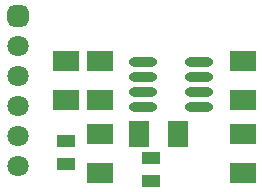
<source format=gbs>
G04*
G04 #@! TF.GenerationSoftware,Altium Limited,Altium Designer,20.2.3 (150)*
G04*
G04 Layer_Color=16711935*
%FSLAX24Y24*%
%MOIN*%
G70*
G04*
G04 #@! TF.SameCoordinates,43E71072-F5BC-4878-B807-13FB7BF1F8C8*
G04*
G04*
G04 #@! TF.FilePolarity,Negative*
G04*
G01*
G75*
%ADD11C,0.0710*%
G04:AMPARAMS|DCode=12|XSize=71mil|YSize=71mil|CornerRadius=19.7mil|HoleSize=0mil|Usage=FLASHONLY|Rotation=270.000|XOffset=0mil|YOffset=0mil|HoleType=Round|Shape=RoundedRectangle|*
%AMROUNDEDRECTD12*
21,1,0.0710,0.0315,0,0,270.0*
21,1,0.0315,0.0710,0,0,270.0*
1,1,0.0395,-0.0157,-0.0157*
1,1,0.0395,-0.0157,0.0157*
1,1,0.0395,0.0157,0.0157*
1,1,0.0395,0.0157,-0.0157*
%
%ADD12ROUNDEDRECTD12*%
%ADD23R,0.0880X0.0680*%
%ADD24R,0.0680X0.0880*%
%ADD25R,0.0592X0.0434*%
%ADD26O,0.0946X0.0316*%
D11*
X1100Y850D02*
D03*
Y1850D02*
D03*
Y3850D02*
D03*
Y4850D02*
D03*
Y2850D02*
D03*
D12*
Y5850D02*
D03*
D23*
X3850Y3050D02*
D03*
Y4350D02*
D03*
X2700D02*
D03*
Y3050D02*
D03*
X8600D02*
D03*
Y4350D02*
D03*
Y1900D02*
D03*
Y600D02*
D03*
X3850D02*
D03*
Y1900D02*
D03*
D24*
X6450D02*
D03*
X5150D02*
D03*
D25*
X2700Y1674D02*
D03*
Y926D02*
D03*
X5550Y1098D02*
D03*
Y350D02*
D03*
D26*
X5255Y2800D02*
D03*
Y3300D02*
D03*
Y3800D02*
D03*
Y4300D02*
D03*
X7145Y2800D02*
D03*
Y3300D02*
D03*
Y3800D02*
D03*
Y4300D02*
D03*
M02*

</source>
